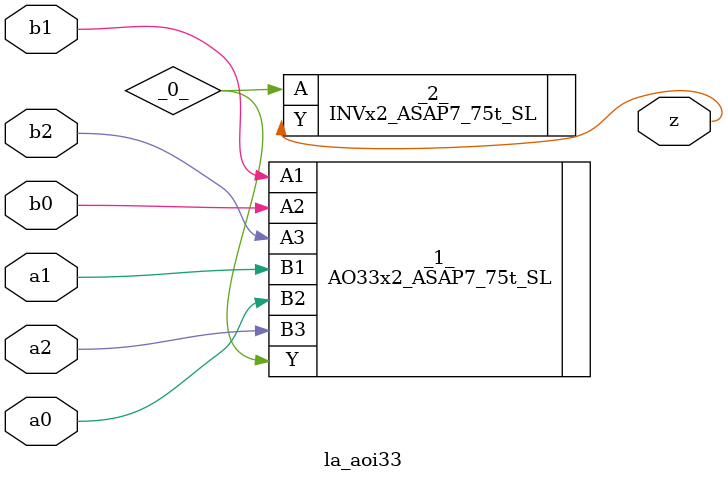
<source format=v>

/* Generated by Yosys 0.44 (git sha1 80ba43d26, g++ 11.4.0-1ubuntu1~22.04 -fPIC -O3) */

(* top =  1  *)
(* src = "inputs/la_aoi33.v:10.1-24.10" *)
module la_aoi33 (
    a0,
    a1,
    a2,
    b0,
    b1,
    b2,
    z
);
  wire _0_;
  (* src = "inputs/la_aoi33.v:13.12-13.14" *)
  input a0;
  wire a0;
  (* src = "inputs/la_aoi33.v:14.12-14.14" *)
  input a1;
  wire a1;
  (* src = "inputs/la_aoi33.v:15.12-15.14" *)
  input a2;
  wire a2;
  (* src = "inputs/la_aoi33.v:16.12-16.14" *)
  input b0;
  wire b0;
  (* src = "inputs/la_aoi33.v:17.12-17.14" *)
  input b1;
  wire b1;
  (* src = "inputs/la_aoi33.v:18.12-18.14" *)
  input b2;
  wire b2;
  (* src = "inputs/la_aoi33.v:19.12-19.13" *)
  output z;
  wire z;
  AO33x2_ASAP7_75t_SL _1_ (
      .A1(b1),
      .A2(b0),
      .A3(b2),
      .B1(a1),
      .B2(a0),
      .B3(a2),
      .Y (_0_)
  );
  INVx2_ASAP7_75t_SL _2_ (
      .A(_0_),
      .Y(z)
  );
endmodule

</source>
